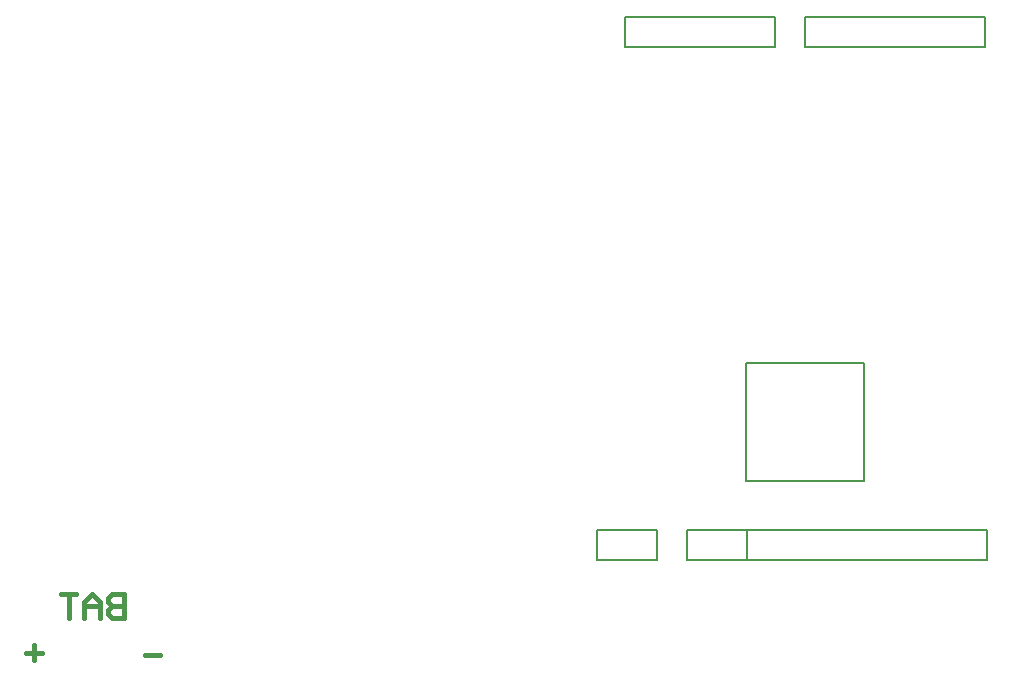
<source format=gbo>
G04*
G04 #@! TF.GenerationSoftware,Altium Limited,Altium NEXUS,2.1.9 (83)*
G04*
G04 Layer_Color=32896*
%FSLAX44Y44*%
%MOMM*%
G71*
G01*
G75*
%ADD11C,0.2000*%
%ADD120C,0.4000*%
D11*
X750030Y568040D02*
X902430D01*
X750030Y542640D02*
X902430D01*
X750030D02*
Y568040D01*
X902430Y542640D02*
Y568040D01*
X597630Y542640D02*
Y568040D01*
Y542640D02*
X724630D01*
X597630Y568040D02*
X724630D01*
Y542640D02*
Y568040D01*
X573500Y133700D02*
X624300D01*
X573500Y108300D02*
Y133700D01*
Y108300D02*
X624300D01*
Y133700D01*
X624298Y108302D02*
Y133702D01*
X903700Y108300D02*
Y133700D01*
X700500D02*
X903700D01*
X700500Y108300D02*
Y133700D01*
Y108300D02*
X903700D01*
X700502Y108298D02*
Y133698D01*
X649702Y108298D02*
X700502D01*
X649702D02*
Y133698D01*
X700502D01*
X700000Y175000D02*
X800000D01*
Y275000D01*
X700000D02*
X800000D01*
X700000Y175000D02*
Y275000D01*
D120*
X173000Y78994D02*
Y59000D01*
X163003D01*
X159671Y62332D01*
Y65665D01*
X163003Y68997D01*
X173000D01*
X163003D01*
X159671Y72329D01*
Y75661D01*
X163003Y78994D01*
X173000D01*
X153006Y59000D02*
Y72329D01*
X146342Y78994D01*
X139677Y72329D01*
Y59000D01*
Y68997D01*
X153006D01*
X133013Y78994D02*
X119684D01*
X126348D01*
Y59000D01*
X104000Y29664D02*
X90671D01*
X97336Y36329D02*
Y23000D01*
X204000Y27997D02*
X190671D01*
M02*

</source>
